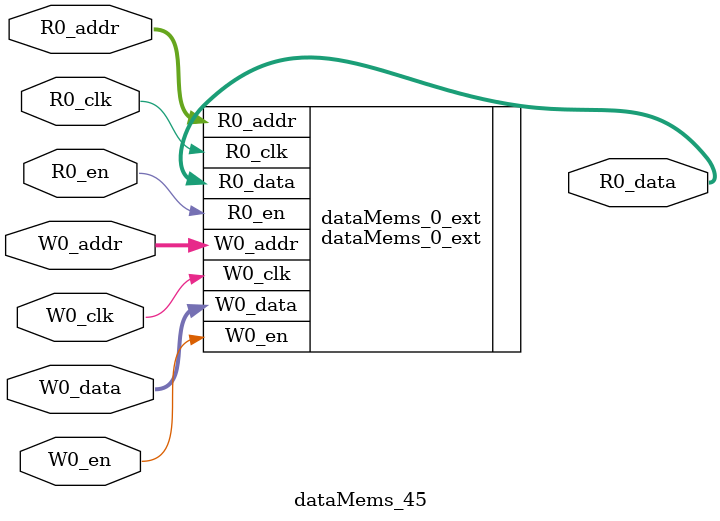
<source format=sv>
`ifndef RANDOMIZE
  `ifdef RANDOMIZE_REG_INIT
    `define RANDOMIZE
  `endif // RANDOMIZE_REG_INIT
`endif // not def RANDOMIZE
`ifndef RANDOMIZE
  `ifdef RANDOMIZE_MEM_INIT
    `define RANDOMIZE
  `endif // RANDOMIZE_MEM_INIT
`endif // not def RANDOMIZE

`ifndef RANDOM
  `define RANDOM $random
`endif // not def RANDOM

// Users can define 'PRINTF_COND' to add an extra gate to prints.
`ifndef PRINTF_COND_
  `ifdef PRINTF_COND
    `define PRINTF_COND_ (`PRINTF_COND)
  `else  // PRINTF_COND
    `define PRINTF_COND_ 1
  `endif // PRINTF_COND
`endif // not def PRINTF_COND_

// Users can define 'ASSERT_VERBOSE_COND' to add an extra gate to assert error printing.
`ifndef ASSERT_VERBOSE_COND_
  `ifdef ASSERT_VERBOSE_COND
    `define ASSERT_VERBOSE_COND_ (`ASSERT_VERBOSE_COND)
  `else  // ASSERT_VERBOSE_COND
    `define ASSERT_VERBOSE_COND_ 1
  `endif // ASSERT_VERBOSE_COND
`endif // not def ASSERT_VERBOSE_COND_

// Users can define 'STOP_COND' to add an extra gate to stop conditions.
`ifndef STOP_COND_
  `ifdef STOP_COND
    `define STOP_COND_ (`STOP_COND)
  `else  // STOP_COND
    `define STOP_COND_ 1
  `endif // STOP_COND
`endif // not def STOP_COND_

// Users can define INIT_RANDOM as general code that gets injected into the
// initializer block for modules with registers.
`ifndef INIT_RANDOM
  `define INIT_RANDOM
`endif // not def INIT_RANDOM

// If using random initialization, you can also define RANDOMIZE_DELAY to
// customize the delay used, otherwise 0.002 is used.
`ifndef RANDOMIZE_DELAY
  `define RANDOMIZE_DELAY 0.002
`endif // not def RANDOMIZE_DELAY

// Define INIT_RANDOM_PROLOG_ for use in our modules below.
`ifndef INIT_RANDOM_PROLOG_
  `ifdef RANDOMIZE
    `ifdef VERILATOR
      `define INIT_RANDOM_PROLOG_ `INIT_RANDOM
    `else  // VERILATOR
      `define INIT_RANDOM_PROLOG_ `INIT_RANDOM #`RANDOMIZE_DELAY begin end
    `endif // VERILATOR
  `else  // RANDOMIZE
    `define INIT_RANDOM_PROLOG_
  `endif // RANDOMIZE
`endif // not def INIT_RANDOM_PROLOG_

// Include register initializers in init blocks unless synthesis is set
`ifndef SYNTHESIS
  `ifndef ENABLE_INITIAL_REG_
    `define ENABLE_INITIAL_REG_
  `endif // not def ENABLE_INITIAL_REG_
`endif // not def SYNTHESIS

// Include rmemory initializers in init blocks unless synthesis is set
`ifndef SYNTHESIS
  `ifndef ENABLE_INITIAL_MEM_
    `define ENABLE_INITIAL_MEM_
  `endif // not def ENABLE_INITIAL_MEM_
`endif // not def SYNTHESIS

module dataMems_45(	// @[generators/ara/src/main/scala/UnsafeAXI4ToTL.scala:365:62]
  input  [4:0]   R0_addr,
  input          R0_en,
  input          R0_clk,
  output [258:0] R0_data,
  input  [4:0]   W0_addr,
  input          W0_en,
  input          W0_clk,
  input  [258:0] W0_data
);

  dataMems_0_ext dataMems_0_ext (	// @[generators/ara/src/main/scala/UnsafeAXI4ToTL.scala:365:62]
    .R0_addr (R0_addr),
    .R0_en   (R0_en),
    .R0_clk  (R0_clk),
    .R0_data (R0_data),
    .W0_addr (W0_addr),
    .W0_en   (W0_en),
    .W0_clk  (W0_clk),
    .W0_data (W0_data)
  );
endmodule


</source>
